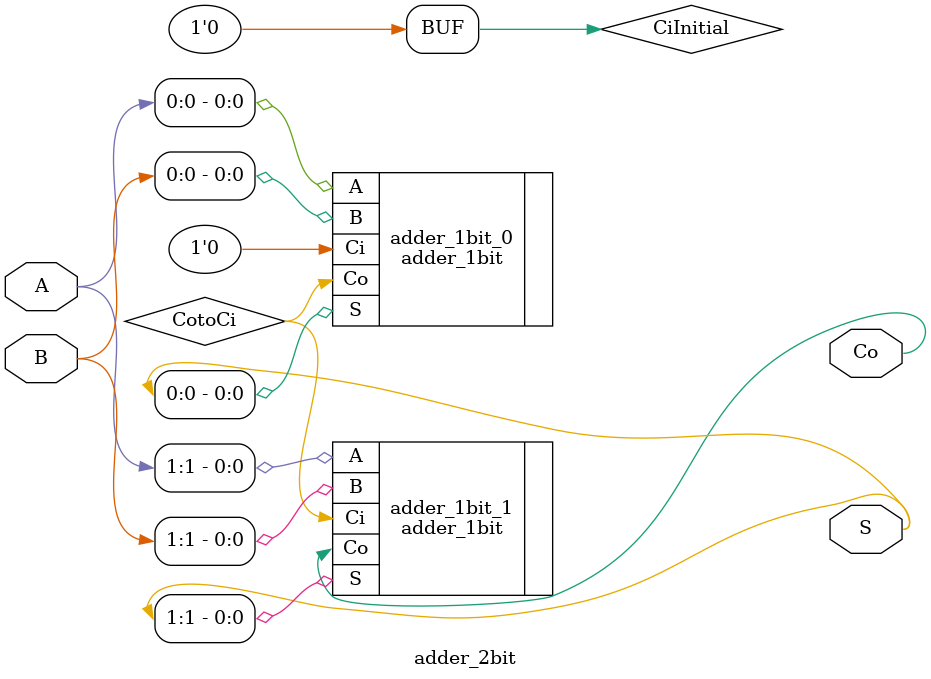
<source format=v>
`timescale 1ns / 1ps
`default_nettype none //helps catch typo-related bugs
module adder_2bit(A, B, S, Co);
	input wire [1:0] A, B;
	output wire [1:0] S;
	output wire Co;
	
	
	wire CiInitial;
	wire CotoCi;
	
	adder_1bit adder_1bit_1 (
		.A(A[1]),
		.B(B[1]),
		.Ci(CotoCi),
		.Co(Co),
		.S(S[1])
	);
	
	adder_1bit adder_1bit_0 (
		.A(A[0]),
		.B(B[0]),
		.Ci(CiInitial),
		.Co(CotoCi),
		.S(S[0])
	);
	
	assign CiInitial = 0;


endmodule
`default_nettype wire //some Xilinx IP requires that the default_nettype be set to wire

</source>
